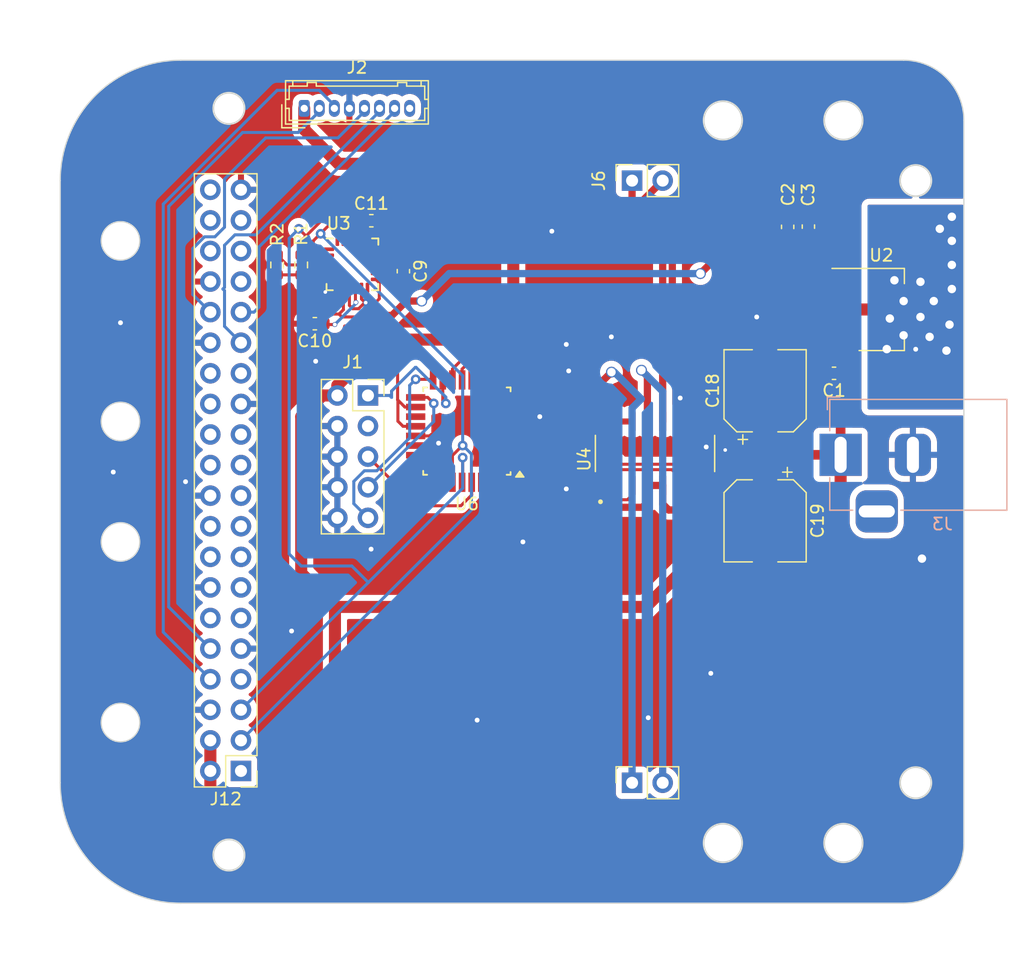
<source format=kicad_pcb>
(kicad_pcb (version 20240108) (generator "pcbnew") (generator_version "8.0")
  (layers (0 "F.Cu" signal) (31 "B.Cu" signal) (34 "B.Paste" user) (35 "F.Paste" user) (36 "B.SilkS" user "B.Silkscreen") (37 "F.SilkS" user "F.Silkscreen") (38 "B.Mask" user) (39 "F.Mask" user) (44 "Edge.Cuts" user))
  (net 0 "")
  (net 3 "UART_TX")
  (net 4 "UART_RX")
  (net 26 "SCL")
  (net 27 "SDA")
  (net 28 "GND")
  (net 29 "M_SCTR")
  (net 30 "DEV_EN")
  (net 31 "M_EN")
  (net 33 "+5V")
  (net 34 "+3V3")
  (net 35 "Net-(U3-REGOUT)")
  (net 36 "Net-(U3-CPOUT)")
  (net 43 "MPU_IRQ")
  (net 51 "RST")
  (net 54 "MISO")
  (net 58 "MOTOR_2_B")
  (net 59 "MOTOR_2_A")
  (net 60 "MOTOR_1_B")
  (net 61 "MOTOR_1_A")
  (net 62 "Net-(J5-Pin_1)")
  (net 63 "Net-(J5-Pin_2)")
  (net 64 "Net-(J6-Pin_1)")
  (net 65 "Net-(J6-Pin_2)")
  (net 66 "MOSI")
  (net 77 "SCK")
  (footprint "Capacitor_SMD:C_0603_1608Metric" (layer "F.Cu") (at 96.13 86.88 180)
    (property "Reference" "C10")
    (property "Value" "C")
  )
  (footprint "Capacitor_SMD:CP_Elec_6.3x4.9" (layer "F.Cu") (at 133.5 103.25 -90)
    (property "Reference" "C19")
    (property "Value" "C_Polarized_Small")
  )
  (footprint "Capacitor_SMD:C_0603_1608Metric" (layer "F.Cu") (at 135.373803 78.840107 90)
    (property "Reference" "C2")
    (property "Value" "1uf")
  )
  (footprint "Package_QFP:TQFP-32_7x7mm_P0.8mm" (layer "F.Cu") (at 108.75 95.8 180)
    (property "Reference" "U6")
    (property "Value" "ATmega328P-A")
  )
  (footprint "Capacitor_SMD:C_0603_1608Metric" (layer "F.Cu") (at 103.48 82.52 -90)
    (property "Reference" "C9")
    (property "Value" "C")
  )
  (footprint "Capacitor_SMD:C_0603_1608Metric" (layer "F.Cu") (at 137.094748 78.817201 90)
    (property "Reference" "C3")
    (property "Value" "10 uf")
  )
  (footprint "Connector_PinSocket_2.54mm:PinSocket_2x05_P2.54mm_Vertical" (layer "F.Cu") (at 100.54 92.84)
    (property "Reference" "J1")
    (property "Value" "AVR-ISP-10")
  )
  (footprint "Capacitor_SMD:CP_Elec_6.3x4.9" (layer "F.Cu") (at 133.5 92.45 90)
    (property "Reference" "C18")
    (property "Value" "C_Polarized_Small")
  )
  (footprint "Capacitor_SMD:C_0603_1608Metric" (layer "F.Cu") (at 100.82 78.33)
    (property "Reference" "C11")
    (property "Value" "C")
  )
  (footprint "MX1508:SOIC127P600X177-16N" (layer "F.Cu") (at 124.365 97.655 90)
    (property "Reference" "U4")
    (property "Value" "MX1508")
  )
  (footprint "Connector_PinSocket_2.54mm:PinSocket_1x02_P2.54mm_Vertical" (layer "F.Cu") (at 122.46 125 90)
    (property "Reference" "J5" (hide yes))
    (property "Value" "Conn_01x02")
  )
  (footprint "Capacitor_SMD:C_0603_1608Metric" (layer "F.Cu") (at 139.220598 91 180)
    (property "Reference" "C1")
    (property "Value" "1 uf")
  )
  (footprint "Resistor_SMD:R_0603_1608Metric" (layer "F.Cu") (at 93 82 90)
    (property "Reference" "R2")
    (property "Value" "R_Small")
  )
  (footprint "Package_TO_SOT_SMD:SOT-223-3_TabPin2" (layer "F.Cu") (at 143.15 85.7)
    (property "Reference" "U2")
    (property "Value" "LM317-3.3_SOT-223")
  )
  (footprint "Sensor_Motion:InvenSense_QFN-24_4x4mm_P0.5mm" (layer "F.Cu") (at 99.25 81.95)
    (property "Reference" "U3")
    (property "Value" "MPU-6050")
  )
  (footprint "Connector_Hirose:Hirose_DF13-08P-1.25DSA_1x08_P1.25mm_Vertical" (layer "F.Cu") (at 95.25 69)
    (property "Reference" "J2")
    (property "Value" "YLIDAR X4")
  )
  (footprint "Resistor_SMD:R_0603_1608Metric" (layer "F.Cu") (at 95 82 90)
    (property "Reference" "R1")
    (property "Value" "R_Small")
  )
  (footprint "Connector_PinHeader_2.54mm:PinHeader_2x20_P2.54mm_Vertical" (layer "F.Cu") (at 90 124.02 180)
    (property "Reference" "J12")
    (property "Value" "Conn_02x20_Odd_Even")
  )
  (footprint "Connector_PinSocket_2.54mm:PinSocket_1x02_P2.54mm_Vertical" (layer "F.Cu") (at 122.46 75 90)
    (property "Reference" "J6")
    (property "Value" "Conn_01x02")
  )
  (footprint "Connector_BarrelJack:BarrelJack_Horizontal" (layer "B.Cu") (at 139.768088 97.767345 180)
    (property "Reference" "J3")
    (property "Value" "Jack-DC")
  )
  (gr_circle (center 89 69) (end 90.3 69) (stroke (width 0.15)) (fill none) (layer "Edge.Cuts"))
  (gr_circle (center 130 130) (end 131.6 130) (stroke (width 0.15)) (fill none) (layer "Edge.Cuts"))
  (gr_arc (start 75 75) (mid 77.928932 67.928932) (end 85 65) (stroke (width 0.1)) (layer "Edge.Cuts"))
  (gr_line (start 85 135) (end 145 135) (stroke (width 0.1)) (layer "Edge.Cuts"))
  (gr_arc (start 150 130) (mid 148.535534 133.535534) (end 145 135) (stroke (width 0.1)) (layer "Edge.Cuts"))
  (gr_circle (center 146 75) (end 147.3 75) (stroke (width 0.15)) (fill none) (layer "Edge.Cuts"))
  (gr_circle (center 80 120) (end 81.6 120) (stroke (width 0.1)) (fill none) (layer "Edge.Cuts"))
  (gr_circle (center 80 105) (end 81.6 105) (stroke (width 0.1)) (fill none) (layer "Edge.Cuts"))
  (gr_circle (center 80 80) (end 81.6 80) (stroke (width 0.1)) (fill none) (layer "Edge.Cuts"))
  (gr_circle (center 140 70) (end 141.6 70) (stroke (width 0.15)) (fill none) (layer "Edge.Cuts"))
  (gr_arc (start 145 65) (mid 148.535534 66.464466) (end 150 70) (stroke (width 0.1)) (layer "Edge.Cuts"))
  (gr_circle (center 140 130) (end 141.6 130) (stroke (width 0.15)) (fill none) (layer "Edge.Cuts"))
  (gr_line (start 75 75) (end 75 125) (stroke (width 0.1)) (layer "Edge.Cuts"))
  (gr_line (start 150 130) (end 150 70) (stroke (width 0.1)) (layer "Edge.Cuts"))
  (gr_circle (center 89 131) (end 90.3 131) (stroke (width 0.15)) (fill none) (layer "Edge.Cuts"))
  (gr_circle (center 80 95) (end 81.6 95) (stroke (width 0.1)) (fill none) (layer "Edge.Cuts"))
  (gr_arc (start 85 135) (mid 77.928932 132.071068) (end 75 125) (stroke (width 0.1)) (layer "Edge.Cuts"))
  (gr_circle (center 130 70) (end 131.6 70) (stroke (width 0.15)) (fill none) (layer "Edge.Cuts"))
  (gr_line (start 145 65) (end 85 65) (stroke (width 0.1)) (layer "Edge.Cuts"))
  (gr_circle (center 146 125) (end 147.3 125) (stroke (width 0.15)) (fill none) (layer "Edge.Cuts"))
  (segment (start 96.5 67.5) (end 93 67.5) (width 0.25) (layer "B.Cu") (net 3))
  (segment (start 97.75 69) (end 97.75 68.75) (width 0.25) (layer "B.Cu") (net 3))
  (segment (start 97.75 68.75) (end 96.5 67.5) (width 0.25) (layer "B.Cu") (net 3))
  (segment (start 83.55 76.95) (end 83.55 112.49) (width 0.25) (layer "B.Cu") (net 3))
  (segment (start 83.55 112.49) (end 87.46 116.4) (width 0.25) (layer "B.Cu") (net 3))
  (segment (start 93 67.5) (end 83.55 76.95) (width 0.25) (layer "B.Cu") (net 3))
  (segment (start 94.75 71) (end 90.136396 71) (width 0.25) (layer "B.Cu") (net 4))
  (segment (start 96.5 69) (end 96.5 69.25) (width 0.25) (layer "B.Cu") (net 4))
  (segment (start 84 110.4) (end 87.46 113.86) (width 0.25) (layer "B.Cu") (net 4))
  (segment (start 96.5 69.25) (end 94.75 71) (width 0.25) (layer "B.Cu") (net 4))
  (segment (start 90.136396 71) (end 84 77.136396) (width 0.25) (layer "B.Cu") (net 4))
  (segment (start 84 77.136396) (end 84 110.4) (width 0.25) (layer "B.Cu") (net 4))
  (segment (start 108.4 100) (end 108.35 100.05) (width 0.25) (layer "F.Cu") (net 26))
  (segment (start 98 78) (end 98.5 78.5) (width 0.25) (layer "F.Cu") (net 26))
  (segment (start 97 78) (end 98 78) (width 0.25) (layer "F.Cu") (net 26))
  (segment (start 95 80) (end 95.4 79.6) (width 0.25) (layer "F.Cu") (net 26))
  (segment (start 108.4 98) (end 108.4 100) (width 0.25) (layer "F.Cu") (net 26))
  (segment (start 98.5 78.5) (end 98.5 80) (width 0.25) (layer "F.Cu") (net 26))
  (segment (start 95.4 79.6) (end 97 78) (width 0.25) (layer "F.Cu") (net 26))
  (segment (start 95 81.175) (end 95 80) (width 0.25) (layer "F.Cu") (net 26))
  (segment (start 94.8 79) (end 95.4 79.6) (width 0.25) (layer "F.Cu") (net 26))
  (via (at 94.8 79) (size 0.8) (drill 0.4) (layers "F.Cu" "B.Cu") (net 26))
  (via (at 108.4 98) (size 0.8) (drill 0.4) (layers "F.Cu" "B.Cu") (net 26))
  (segment (start 95 107) (end 94 106) (width 0.25) (layer "B.Cu") (net 26))
  (segment (start 100.57 108.37) (end 99.2 107) (width 0.25) (layer "B.Cu") (net 26))
  (segment (start 99.2 107) (end 96.2 107) (width 0.25) (layer "B.Cu") (net 26))
  (segment (start 94 106) (end 94 79.8) (width 0.25) (layer "B.Cu") (net 26))
  (segment (start 108.4 100.54) (end 108.4 98) (width 0.25) (layer "B.Cu") (net 26))
  (segment (start 90 118.94) (end 100.57 108.37) (width 0.25) (layer "B.Cu") (net 26))
  (segment (start 100.57 108.37) (end 108.4 100.54) (width 0.25) (layer "B.Cu") (net 26))
  (segment (start 94 79.8) (end 94.8 79) (width 0.25) (layer "B.Cu") (net 26))
  (segment (start 96.2 107) (end 95 107) (width 0.25) (layer "B.Cu") (net 26))
  (segment (start 96 80) (end 96 81.5) (width 0.25) (layer "F.Cu") (net 27))
  (segment (start 97.5 78.5) (end 96 80) (width 0.25) (layer "F.Cu") (net 27))
  (segment (start 93.825 82) (end 93 81.175) (width 0.25) (layer "F.Cu") (net 27))
  (segment (start 98 80) (end 98 79) (width 0.25) (layer "F.Cu") (net 27))
  (segment (start 98 79) (end 97.5 78.5) (width 0.25) (layer "F.Cu") (net 27))
  (segment (start 108.374698 96.999997) (end 107.55 97.824695) (width 0.25) (layer "F.Cu") (net 27))
  (segment (start 107.55 97.824695) (end 107.55 100.05) (width 0.25) (layer "F.Cu") (net 27))
  (segment (start 108.4 96.999997) (end 108.374698 96.999997) (width 0.25) (layer "F.Cu") (net 27))
  (segment (start 96 81.5) (end 95.5 82) (width 0.25) (layer "F.Cu") (net 27))
  (segment (start 95.5 82) (end 93.825 82) (width 0.25) (layer "F.Cu") (net 27))
  (via (at 108.4 96.999997) (size 0.8) (drill 0.4) (layers "F.Cu" "B.Cu") (net 27))
  (via (at 96.612653 79.412653) (size 0.8) (drill 0.4) (layers "F.Cu" "B.Cu") (net 27))
  (segment (start 108.425302 96.999997) (end 108.4 96.999997) (width 0.25) (layer "B.Cu") (net 27))
  (segment (start 108.4 91.2) (end 96.612653 79.412653) (width 0.25) (layer "B.Cu") (net 27))
  (segment (start 109.125 102.355) (end 109.125 97.699695) (width 0.25) (layer "B.Cu") (net 27))
  (segment (start 109.125 97.699695) (end 108.425302 96.999997) (width 0.25) (layer "B.Cu") (net 27))
  (segment (start 108.4 96.999997) (end 108.4 91.2) (width 0.25) (layer "B.Cu") (net 27))
  (segment (start 90 121.48) (end 109.125 102.355) (width 0.25) (layer "B.Cu") (net 27))
  (segment (start 113 95.4) (end 114.6 95.4) (width 0.25) (layer "F.Cu") (net 28))
  (segment (start 100.27 85.13) (end 99.79 85.61) (width 0.25) (layer "F.Cu") (net 28))
  (segment (start 100.35 85.13) (end 100.27 85.13) (width 0.25) (layer "F.Cu") (net 28))
  (segment (start 100.302463 85.13) (end 100 84.827537) (width 0.25) (layer "F.Cu") (net 28))
  (segment (start 96.45 83.7) (end 97 84.25) (width 0.25) (layer "F.Cu") (net 28))
  (segment (start 99 85.36) (end 99.275 85.635) (width 0.25) (layer "F.Cu") (net 28))
  (segment (start 100 84.827537) (end 100 83.9) (width 0.25) (layer "F.Cu") (net 28))
  (segment (start 105.8 96.2) (end 106.4 96.8) (width 0.25) (layer "F.Cu") (net 28))
  (segment (start 96.807236 80.7) (end 96.45 81.057236) (width 0.25) (layer "F.Cu") (net 28))
  (segment (start 114.6 95.4) (end 114.4 95.4) (width 0.25) (layer "F.Cu") (net 28))
  (segment (start 97.3 80.7) (end 96.807236 80.7) (width 0.25) (layer "F.Cu") (net 28))
  (segment (start 99.275 85.635) (end 99.765 85.635) (width 0.25) (layer "F.Cu") (net 28))
  (segment (start 99 83.9) (end 99 85.36) (width 0.25) (layer "F.Cu") (net 28))
  (segment (start 113 97) (end 110.75 97) (width 0.25) (layer "F.Cu") (net 28))
  (segment (start 99.765 85.635) (end 99.79 85.61) (width 0.25) (layer "F.Cu") (net 28))
  (segment (start 104.5 96.2) (end 105.8 96.2) (width 0.25) (layer "F.Cu") (net 28))
  (segment (start 99.79 85.61) (end 99.78 85.61) (width 0.25) (layer "F.Cu") (net 28))
  (segment (start 96.45 81.057236) (end 96.45 81.25) (width 0.25) (layer "F.Cu") (net 28))
  (segment (start 96.45 81.25) (end 96.45 83.7) (width 0.25) (layer "F.Cu") (net 28))
  (segment (start 100.35 85.13) (end 100.302463 85.13) (width 0.25) (layer "F.Cu") (net 28))
  (via (at 106.4 96.8) (size 0.8) (drill 0.4) (layers "F.Cu" "B.Cu") (net 28))
  (via (at 132.804 86.322) (size 0.5) (drill 0.4) (layers "F.Cu" "B.Cu") (net 28))
  (via (at 120.739 87.973) (size 0.5) (drill 0.4) (layers "F.Cu" "B.Cu") (net 28))
  (via (at 113.4 105) (size 0.8) (drill 0.4) (layers "F.Cu" "B.Cu") (net 28))
  (via (at 100.8 105.6) (size 0.8) (drill 0.4) (layers "F.Cu" "B.Cu") (net 28))
  (via (at 128.994 115.913) (size 0.8) (drill 0.4) (layers "F.Cu" "B.Cu") (net 28))
  (via (at 96.2 90) (size 0.8) (drill 0.4) (layers "F.Cu" "B.Cu") (net 28))
  (via (at 94.2 112.4) (size 0.8) (drill 0.4) (layers "F.Cu" "B.Cu") (net 28))
  (via (at 128.613 97.117) (size 0.5) (drill 0.4) (layers "F.Cu" "B.Cu") (net 28))
  (via (at 85.4 100) (size 0.8) (drill 0.4) (layers "F.Cu" "B.Cu") (net 28))
  (via (at 126.454 93.053) (size 0.5) (drill 0.4) (layers "F.Cu" "B.Cu") (net 28))
  (via (at 80 86.8) (size 0.8) (drill 0.4) (layers "F.Cu" "B.Cu") (net 28))
  (via (at 130.19 97.37) (size 0.4) (drill 0.3) (layers "F.Cu" "B.Cu") (net 28))
  (via (at 109.6 119.8) (size 0.8) (drill 0.4) (layers "F.Cu" "B.Cu") (net 28))
  (via (at 79.4 99.2) (size 0.8) (drill 0.4) (layers "F.Cu" "B.Cu") (net 28))
  (via (at 146.52 106.388) (size 0.9) (drill 0.7) (layers "F.Cu" "B.Cu") (net 28))
  (via (at 97 84.25) (size 0.4) (drill 0.3) (layers "F.Cu" "B.Cu") (net 28))
  (via (at 100.35 85.13) (size 0.4) (drill 0.3) (layers "F.Cu" "B.Cu") (net 28))
  (via (at 117.2 90.8) (size 0.8) (drill 0.4) (layers "F.Cu" "B.Cu") (net 28))
  (via (at 115.8 79.2) (size 0.8) (drill 0.4) (layers "F.Cu" "B.Cu") (net 28))
  (via (at 114.8 94.6) (size 0.8) (drill 0.4) (layers "F.Cu" "B.Cu") (net 28))
  (via (at 117 88.6) (size 0.8) (drill 0.4) (layers "F.Cu" "B.Cu") (net 28))
  (via (at 123.8 119.6) (size 0.8) (drill 0.4) (layers "F.Cu" "B.Cu") (net 28))
  (via (at 117 100.6) (size 0.8) (drill 0.4) (layers "F.Cu" "B.Cu") (net 28))
  (segment (start 86 84.46) (end 87.46 85.92) (width 0.25) (layer "B.Cu") (net 29))
  (segment (start 100.25 69) (end 100.25 69.25) (width 0.25) (layer "B.Cu") (net 29))
  (segment (start 87.835 79.665) (end 86.973299 79.665) (width 0.25) (layer "B.Cu") (net 29))
  (segment (start 86 80.638299) (end 86 84.46) (width 0.25) (layer "B.Cu") (net 29))
  (segment (start 86.973299 79.665) (end 86 80.638299) (width 0.25) (layer "B.Cu") (net 29))
  (segment (start 98.05 71.45) (end 92.05 71.45) (width 0.25) (layer "B.Cu") (net 29))
  (segment (start 92.05 71.45) (end 88.635 74.865) (width 0.25) (layer "B.Cu") (net 29))
  (segment (start 100.25 69.25) (end 98.05 71.45) (width 0.25) (layer "B.Cu") (net 29))
  (segment (start 88.635 78.865) (end 87.835 79.665) (width 0.25) (layer "B.Cu") (net 29))
  (segment (start 88.635 74.865) (end 88.635 78.865) (width 0.25) (layer "B.Cu") (net 29))
  (segment (start 88.635 83.865) (end 88.5 84) (width 0.25) (layer "B.Cu") (net 30))
  (segment (start 88.5 84) (end 88.635 84.135) (width 0.25) (layer "B.Cu") (net 30))
  (segment (start 101.5 69) (end 101.5 69.25) (width 0.25) (layer "B.Cu") (net 30))
  (segment (start 88.635 87.095) (end 90 88.46) (width 0.25) (layer "B.Cu") (net 30))
  (segment (start 88.635 84.135) (end 88.635 87.095) (width 0.25) (layer "B.Cu") (net 30))
  (segment (start 89.5 79.5) (end 88.635 80.365) (width 0.25) (layer "B.Cu") (net 30))
  (segment (start 91.25 79.5) (end 89.5 79.5) (width 0.25) (layer "B.Cu") (net 30))
  (segment (start 101.5 69.25) (end 91.25 79.5) (width 0.25) (layer "B.Cu") (net 30))
  (segment (start 88.635 80.365) (end 88.635 83.865) (width 0.25) (layer "B.Cu") (net 30))
  (segment (start 91.5 80.5) (end 91.5 85.5) (width 0.25) (layer "B.Cu") (net 31))
  (segment (start 102.75 69.25) (end 91.5 80.5) (width 0.25) (layer "B.Cu") (net 31))
  (segment (start 102.75 69) (end 102.75 69.25) (width 0.25) (layer "B.Cu") (net 31))
  (segment (start 91.5 85.5) (end 91.08 85.92) (width 0.25) (layer "B.Cu") (net 31))
  (segment (start 91.08 85.92) (end 90 85.92) (width 0.25) (layer "B.Cu") (net 31))
  (segment (start 87.46 125.46) (end 88.8 126.8) (width 1) (layer "F.Cu") (net 33))
  (segment (start 111.6 96) (end 111.6 94.8) (width 0.25) (layer "F.Cu") (net 33))
  (segment (start 120.125 102.125) (end 123.325 102.125) (width 0.6) (layer "F.Cu") (net 33))
  (segment (start 97.8 110.4) (end 123.6 110.4) (width 1) (layer "F.Cu") (net 33))
  (segment (start 133.36 100.31) (end 133.5 100.45) (width 0.6) (layer "F.Cu") (net 33))
  (segment (start 139.768088 97.767345) (end 139.768088 91.22751) (width 0.8) (layer "F.Cu") (net 33))
  (segment (start 103 90.2) (end 102 90.2) (width 0.25) (layer "F.Cu") (net 33))
  (segment (start 97.8 124.8) (end 97.8 110.4) (width 1) (layer "F.Cu") (net 33))
  (segment (start 140 90.995598) (end 139.995598 91) (width 1) (layer "F.Cu") (net 33))
  (segment (start 98 92) (end 98 92.84) (width 1) (layer "F.Cu") (net 33))
  (segment (start 128.869907 100.369907) (end 128.81 100.31) (width 0.6) (layer "F.Cu") (net 33))
  (segment (start 103 90.2) (end 103 93.2) (width 0.25) (layer "F.Cu") (net 33))
  (segment (start 130.8 103.2) (end 137 103.2) (width 1) (layer "F.Cu") (net 33))
  (segment (start 111.6 94.8) (end 111.8 94.6) (width 0.25) (layer "F.Cu") (net 33))
  (segment (start 125 101.85) (end 125.5 102.35) (width 0.6) (layer "F.Cu") (net 33))
  (segment (start 88.8 126.8) (end 95.8 126.8) (width 1) (layer "F.Cu") (net 33))
  (segment (start 95.25 70.75) (end 95.25 69) (width 1) (layer "F.Cu") (net 33))
  (segment (start 133.517345 97.767345) (end 133.5 97.75) (width 0.8) (layer "F.Cu") (net 33))
  (segment (start 119.521 99.911) (end 119.92 100.31) (width 0.5) (layer "F.Cu") (net 33))
  (segment (start 87.46 124.02) (end 87.46 125.46) (width 1) (layer "F.Cu") (net 33))
  (segment (start 103.025 93.225) (end 103.6 93.8) (width 0.25) (layer "F.Cu") (net 33))
  (segment (start 125 100.31) (end 125 101.85) (width 0.6) (layer "F.Cu") (net 33))
  (segment (start 110 88.2) (end 112.6 85.6) (width 1) (layer "F.Cu") (net 33))
  (segment (start 98.1 73.6) (end 95.25 70.75) (width 1) (layer "F.Cu") (net 33))
  (segment (start 113 96.2) (end 115.363604 96.2) (width 0.25) (layer "F.Cu") (net 33))
  (segment (start 95.8 126.8) (end 97.8 124.8) (width 1) (layer "F.Cu") (net 33))
  (segment (start 103 93.2) (end 103.025 93.225) (width 0.25) (layer "F.Cu") (net 33))
  (segment (start 137 103.2) (end 139.768088 100.431912) (width 1) (layer "F.Cu") (net 33))
  (segment (start 103.6 93.8) (end 104.5 93.8) (width 0.25) (layer "F.Cu") (net 33))
  (segment (start 103.45 95.4) (end 103.025 94.975) (width 0.25) (layer "F.Cu") (net 33))
  (segment (start 112.6 85.6) (end 112.6 79.2) (width 1) (layer "F.Cu") (net 33))
  (segment (start 119.92 100.31) (end 119.92 101.92) (width 0.6) (layer "F.Cu") (net 33))
  (segment (start 104.5 95.4) (end 103.45 95.4) (width 0.25) (layer "F.Cu") (net 33))
  (segment (start 115.363604 96.2) (end 119.074604 99.911) (width 0.25) (layer "F.Cu") (net 33))
  (segment (start 95 107.6) (end 97.8 110.4) (width 1) (layer "F.Cu") (net 33))
  (segment (start 123.6 110.4) (end 130.8 103.2) (width 1) (layer "F.Cu") (net 33))
  (segment (start 111.8 94.6) (end 113 94.6) (width 0.25) (layer "F.Cu") (net 33))
  (segment (start 98 92.84) (end 96.76 92.84) (width 1) (layer "F.Cu") (net 33))
  (segment (start 139.768088 91.22751) (end 139.995598 91) (width 0.8) (layer "F.Cu") (net 33))
  (segment (start 119.92 101.92) (end 120.125 102.125) (width 0.6) (layer "F.Cu") (net 33))
  (segment (start 87.46 124.02) (end 87.46 121.48) (width 1) (layer "F.Cu") (net 33))
  (segment (start 128.81 101.79) (end 128.81 100.31) (width 0.6) (layer "F.Cu") (net 33))
  (segment (start 113 96.2) (end 111.8 96.2) (width 0.25) (layer "F.Cu") (net 33))
  (segment (start 101.8 90) (end 100 90) (width 1) (layer "F.Cu") (net 33))
  (segment (start 139.768088 97.767345) (end 133.517345 97.767345) (width 0.8) (layer "F.Cu") (net 33))
  (segment (start 125 100.31) (end 123.73 100.31) (width 0.6) (layer "F.Cu") (net 33))
  (segment (start 103.6 88.2) (end 110 88.2) (width 1) (layer "F.Cu") (net 33))
  (segment (start 133.5 97.75) (end 133.5 95.25) (width 1) (layer "F.Cu") (net 33))
  (segment (start 101.8 90) (end 103.6 88.2) (width 1) (layer "F.Cu") (net 33))
  (segment (start 119.074604 99.911) (end 119.521 99.911) (width 0.25) (layer "F.Cu") (net 33))
  (segment (start 95 94.6) (end 95 107.6) (width 1) (layer "F.Cu") (net 33))
  (segment (start 123.73 101.72) (end 123.73 100.31) (width 0.6) (layer "F.Cu") (net 33))
  (segment (start 107 73.6) (end 98.1 73.6) (width 1) (layer "F.Cu") (net 33))
  (segment (start 112.6 79.2) (end 107 73.6) (width 1) (layer "F.Cu") (net 33))
  (segment (start 133.5 100.45) (end 133.5 97.75) (width 1) (layer "F.Cu") (net 33))
  (segment (start 125.5 102.35) (end 128.25 102.35) (width 0.6) (layer "F.Cu") (net 33))
  (segment (start 128.81 100.31) (end 133.36 100.31) (width 0.6) (layer "F.Cu") (net 33))
  (segment (start 102 90.2) (end 101.8 90) (width 0.25) (layer "F.Cu") (net 33))
  (segment (start 96.76 92.84) (end 95 94.6) (width 1) (layer "F.Cu") (net 33))
  (segment (start 140 88) (end 140 90.995598) (width 1) (layer "F.Cu") (net 33))
  (segment (start 139.768088 100.431912) (end 139.768088 97.767345) (width 1) (layer "F.Cu") (net 33))
  (segment (start 111.8 96.2) (end 111.6 96) (width 0.25) (layer "F.Cu") (net 33))
  (segment (start 103.025 94.975) (end 103.025 93.225) (width 0.25) (layer "F.Cu") (net 33))
  (segment (start 100 90) (end 98 92) (width 1) (layer "F.Cu") (net 33))
  (segment (start 128.25 102.35) (end 128.81 101.79) (width 0.6) (layer "F.Cu") (net 33))
  (segment (start 123.325 102.125) (end 123.73 101.72) (width 0.6) (layer "F.Cu") (net 33))
  (segment (start 135.373803 79.615107) (end 131.234893 79.615107) (width 0.6) (layer "F.Cu") (net 34))
  (segment (start 101.013368 85.276632) (end 101.48 84.81) (width 0.25) (layer "F.Cu") (net 34))
  (segment (start 95 83.542463) (end 97.537537 86.08) (width 0.25) (layer "F.Cu") (net 34))
  (segment (start 101.013368 86.189949) (end 101.013368 85.276632) (width 0.25) (layer "F.Cu") (net 34))
  (segment (start 135.373803 79.615107) (end 137.071842 79.615107) (width 0.6) (layer "F.Cu") (net 34))
  (segment (start 95 82.825) (end 95 83.542463) (width 0.25) (layer "F.Cu") (net 34))
  (segment (start 103.726051 85) (end 102.536102 86.189949) (width 0.6) (layer "F.Cu") (net 34))
  (segment (start 93 82.825) (end 95 82.825) (width 0.25) (layer "F.Cu") (net 34))
  (segment (start 140 85.7) (end 146.3 85.7) (width 1) (layer "F.Cu") (net 34))
  (segment (start 103.48 83.295) (end 101.295 83.295) (width 0.25) (layer "F.Cu") (net 34))
  (segment (start 98.38 86.32) (end 100.883317 86.32) (width 0.25) (layer "F.Cu") (net 34))
  (segment (start 100.883317 86.32) (end 101.013368 86.189949) (width 0.25) (layer "F.Cu") (net 34))
  (segment (start 140 85.7) (end 139.15 85.7) (width 1) (layer "F.Cu") (net 34))
  (segment (start 98.5 83.9) (end 98.5 85.72) (width 0.25) (layer "F.Cu") (net 34))
  (segment (start 139.15 85.7) (end 137.094748 83.644748) (width 1) (layer "F.Cu") (net 34))
  (segment (start 105 85) (end 103.726051 85) (width 0.6) (layer "F.Cu") (net 34))
  (segment (start 98.14 86.08) (end 98.38 86.32) (width 0.25) (layer "F.Cu") (net 34))
  (segment (start 137.094748 83.644748) (end 137.094748 79.592201) (width 1) (layer "F.Cu") (net 34))
  (segment (start 101.295 83.295) (end 101.2 83.2) (width 0.25) (layer "F.Cu") (net 34))
  (segment (start 137.071842 79.615107) (end 137.094748 79.592201) (width 0.6) (layer "F.Cu") (net 34))
  (segment (start 131.234893 79.615107) (end 128.13 82.72) (width 0.6) (layer "F.Cu") (net 34))
  (segment (start 98.5 85.72) (end 98.14 86.08) (width 0.25) (layer "F.Cu") (net 34))
  (segment (start 102.536102 86.189949) (end 101.013368 86.189949) (width 0.6) (layer "F.Cu") (net 34))
  (segment (start 97.537537 86.08) (end 98.14 86.08) (width 0.25) (layer "F.Cu") (net 34))
  (segment (start 101.48 83.48) (end 101.2 83.2) (width 0.25) (layer "F.Cu") (net 34))
  (segment (start 101.48 84.81) (end 101.48 83.48) (width 0.25) (layer "F.Cu") (net 34))
  (via (at 148 79) (size 0.9) (drill 0.7) (layers "F.Cu" "B.Cu") (net 34))
  (via (at 148.806 86.957) (size 0.9) (drill 0.7) (layers "F.Cu" "B.Cu") (net 34))
  (via (at 149 84) (size 0.9) (drill 0.7) (layers "F.Cu" "B.Cu") (net 34))
  (via (at 146 89) (size 0.8) (drill 0.4) (layers "F.Cu" "B.Cu") (net 34))
  (via (at 144.234 83.274) (size 0.9) (drill 0.7) (layers "F.Cu" "B.Cu") (net 34))
  (via (at 147.5 85) (size 0.9) (drill 0.7) (layers "F.Cu" "B.Cu") (net 34))
  (via (at 146.393 86.322) (size 0.9) (drill 0.7) (layers "F.Cu" "B.Cu") (net 34))
  (via (at 128.13 82.72) (size 0.9) (drill 0.7) (layers "F.Cu" "B.Cu") (net 34))
  (via (at 149 80) (size 0.9) (drill 0.7) (layers "F.Cu" "B.Cu") (net 34))
  (via (at 145 85) (size 0.9) (drill 0.7) (layers "F.Cu" "B.Cu") (net 34))
  (via (at 143.853 86.449) (size 0.9) (drill 0.7) (layers "F.Cu" "B.Cu") (net 34))
  (via (at 144.996 87.846) (size 0.9) (drill 0.7) (layers "F.Cu" "B.Cu") (net 34))
  (via (at 146.393 83.401) (size 0.9) (drill 0.7) (layers "F.Cu" "B.Cu") (net 34))
  (via (at 148.552 89.116) (size 0.9) (drill 0.7) (layers "F.Cu" "B.Cu") (net 34))
  (via (at 149 82) (size 0.9) (drill 0.7) (layers "F.Cu" "B.Cu") (net 34))
  (via (at 147.155 87.973) (size 0.9) (drill 0.7) (layers "F.Cu" "B.Cu") (net 34))
  (via (at 143.599 88.989) (size 0.9) (drill 0.7) (layers "F.Cu" "B.Cu") (net 34))
  (via (at 105 85) (size 0.9) (drill 0.7) (layers "F.Cu" "B.Cu") (net 34))
  (via (at 149 78) (size 0.9) (drill 0.7) (layers "F.Cu" "B.Cu") (net 34))
  (segment (start 105 85) (end 107.28 82.72) (width 0.6) (layer "B.Cu") (net 34))
  (segment (start 107.28 82.72) (end 128.13 82.72) (width 0.6) (layer "B.Cu") (net 34))
  (segment (start 99.5 85.07) (end 99.5 83.9) (width 0.25) (layer "F.Cu") (net 35))
  (segment (start 97.79 86.95) (end 96.975 86.95) (width 0.25) (layer "F.Cu") (net 35))
  (segment (start 99.54 85.11) (end 99.5 85.07) (width 0.25) (layer "F.Cu") (net 35))
  (segment (start 96.975 86.95) (end 96.905 86.88) (width 0.25) (layer "F.Cu") (net 35))
  (via (at 97.79 86.95) (size 0.4) (drill 0.3) (layers "F.Cu" "B.Cu") (net 35))
  (via (at 99.54 85.11) (size 0.4) (drill 0.3) (layers "F.Cu" "B.Cu") (net 35))
  (segment (start 99.54 85.11) (end 99.54 85.2) (width 0.25) (layer "B.Cu") (net 35))
  (segment (start 99.54 85.2) (end 97.79 86.95) (width 0.25) (layer "B.Cu") (net 35))
  (segment (start 100 80) (end 100 78.375) (width 0.25) (layer "F.Cu") (net 36))
  (segment (start 100 78.375) (end 100.045 78.33) (width 0.25) (layer "F.Cu") (net 36))
  (segment (start 109.15 101.1) (end 109.15 100.05) (width 0.25) (layer "F.Cu") (net 51))
  (segment (start 100.54 97.92) (end 104.62 102) (width 0.25) (layer "F.Cu") (net 51))
  (segment (start 104.62 102) (end 108.25 102) (width 0.25) (layer "F.Cu") (net 51))
  (segment (start 108.25 102) (end 109.15 101.1) (width 0.25) (layer "F.Cu") (net 51))
  (segment (start 104.5 91.5) (end 105.9 91.5) (width 0.25) (layer "F.Cu") (net 54))
  (segment (start 105.9 91.5) (end 105.95 91.55) (width 0.25) (layer "F.Cu") (net 54))
  (via (at 104.5 91.5) (size 0.8) (drill 0.4) (layers "F.Cu" "B.Cu") (net 54))
  (segment (start 101.268604 99.095) (end 104 96.363604) (width 0.25) (layer "B.Cu") (net 54))
  (segment (start 100.243299 99.095) (end 101.268604 99.095) (width 0.25) (layer "B.Cu") (net 54))
  (segment (start 104 92) (end 104.5 91.5) (width 0.25) (layer "B.Cu") (net 54))
  (segment (start 100.54 103) (end 99.365 101.825) (width 0.25) (layer "B.Cu") (net 54))
  (segment (start 99.365 101.825) (end 99.365 99.973299) (width 0.25) (layer "B.Cu") (net 54))
  (segment (start 104 94.5) (end 104 92) (width 0.25) (layer "B.Cu") (net 54))
  (segment (start 104 96.363604) (end 104 94.5) (width 0.25) (layer "B.Cu") (net 54))
  (segment (start 99.365 99.973299) (end 100.243299 99.095) (width 0.25) (layer "B.Cu") (net 54))
  (segment (start 117.2 95.490812) (end 117.2 93.063604) (width 0.25) (layer "F.Cu") (net 58))
  (segment (start 121.60576 98.55) (end 120.88576 97.83) (width 0.25) (layer "F.Cu") (net 58))
  (segment (start 126.95 98.55) (end 121.60576 98.55) (width 0.25) (layer "F.Cu") (net 58))
  (segment (start 113.661396 89.525) (end 108.675 89.525) (width 0.25) (layer "F.Cu") (net 58))
  (segment (start 117.2 93.063604) (end 113.661396 89.525) (width 0.25) (layer "F.Cu") (net 58))
  (segment (start 107.55 90.65) (end 107.55 91.55) (width 0.25) (layer "F.Cu") (net 58))
  (segment (start 108.675 89.525) (end 107.55 90.65) (width 0.25) (layer "F.Cu") (net 58))
  (segment (start 119.539188 97.83) (end 117.2 95.490812) (width 0.25) (layer "F.Cu") (net 58))
  (segment (start 127.54 100.31) (end 127.54 99.14) (width 0.25) (layer "F.Cu") (net 58))
  (segment (start 120.88576 97.83) (end 119.539188 97.83) (width 0.25) (layer "F.Cu") (net 58))
  (segment (start 127.54 99.14) (end 126.95 98.55) (width 0.25) (layer "F.Cu") (net 58))
  (segment (start 126.27 101.115) (end 126.27 100.31) (width 0.25) (layer "F.Cu") (net 59))
  (segment (start 116.75 95.677208) (end 116.75 93.25) (width 0.25) (layer "F.Cu") (net 59))
  (segment (start 125.764999 99) (end 121.419364 99) (width 0.25) (layer "F.Cu") (net 59))
  (segment (start 108.35 90.65) (end 108.35 91.55) (width 0.25) (layer "F.Cu") (net 59))
  (segment (start 126.27 99.505001) (end 125.764999 99) (width 0.25) (layer "F.Cu") (net 59))
  (segment (start 109.025 89.975) (end 108.35 90.65) (width 0.25) (layer "F.Cu") (net 59))
  (segment (start 119.352792 98.28) (end 116.75 95.677208) (width 0.25) (layer "F.Cu") (net 59))
  (segment (start 120.699364 98.28) (end 119.352792 98.28) (width 0.25) (layer "F.Cu") (net 59))
  (segment (start 126.27 100.31) (end 126.27 99.505001) (width 0.25) (layer "F.Cu") (net 59))
  (segment (start 113.475 89.975) (end 109.025 89.975) (width 0.25) (layer "F.Cu") (net 59))
  (segment (start 116.75 93.25) (end 113.475 89.975) (width 0.25) (layer "F.Cu") (net 59))
  (segment (start 121.419364 99) (end 120.699364 98.28) (width 0.25) (layer "F.Cu") (net 59))
  (segment (start 113.102208 90.875) (end 115.85 93.622792) (width 0.25) (layer "F.Cu") (net 60))
  (segment (start 120.545 99.398428) (end 120.545 101.201572) (width 0.25) (layer "F.Cu") (net 60))
  (segment (start 120.843428 101.5) (end 122.074999 101.5) (width 0.25) (layer "F.Cu") (net 60))
  (segment (start 120.326572 99.18) (end 120.545 99.398428) (width 0.25) (layer "F.Cu") (net 60))
  (segment (start 111.55 91.55) (end 112.225 90.875) (width 0.25) (layer "F.Cu") (net 60))
  (segment (start 115.85 96.05) (end 118.98 99.18) (width 0.25) (layer "F.Cu") (net 60))
  (segment (start 112.225 90.875) (end 113.102208 90.875) (width 0.25) (layer "F.Cu") (net 60))
  (segment (start 115.85 93.622792) (end 115.85 96.05) (width 0.25) (layer "F.Cu") (net 60))
  (segment (start 118.98 99.18) (end 120.326572 99.18) (width 0.25) (layer "F.Cu") (net 60))
  (segment (start 122.074999 101.5) (end 122.46 101.114999) (width 0.25) (layer "F.Cu") (net 60))
  (segment (start 120.545 101.201572) (end 120.843428 101.5) (width 0.25) (layer "F.Cu") (net 60))
  (segment (start 122.46 101.114999) (end 122.46 100.31) (width 0.25) (layer "F.Cu") (net 60))
  (segment (start 111.075 90.425) (end 110.75 90.75) (width 0.25) (layer "F.Cu") (net 61))
  (segment (start 120.512968 98.73) (end 119.166396 98.73) (width 0.25) (layer "F.Cu") (net 61))
  (segment (start 121.19 100.31) (end 121.19 99.407032) (width 0.25) (layer "F.Cu") (net 61))
  (segment (start 116.3 93.436396) (end 113.288604 90.425) (width 0.25) (layer "F.Cu") (net 61))
  (segment (start 116.3 95.863604) (end 116.3 93.436396) (width 0.25) (layer "F.Cu") (net 61))
  (segment (start 113.288604 90.425) (end 111.075 90.425) (width 0.25) (layer "F.Cu") (net 61))
  (segment (start 110.75 90.75) (end 110.75 91.55) (width 0.25) (layer "F.Cu") (net 61))
  (segment (start 119.166396 98.73) (end 116.3 95.863604) (width 0.25) (layer "F.Cu") (net 61))
  (segment (start 121.19 99.407032) (end 120.512968 98.73) (width 0.25) (layer "F.Cu") (net 61))
  (segment (start 120.75 90.9) (end 119.92 91.73) (width 0.6) (layer "F.Cu") (net 62))
  (segment (start 119.92 91.73) (end 119.92 95) (width 0.6) (layer "F.Cu") (net 62))
  (via (at 120.75 90.9) (size 0.9) (drill 0.7) (layers "F.Cu" "B.Cu") (net 62))
  (segment (start 123.22 93.13) (end 120.99 90.9) (width 0.6) (layer "B.Cu") (net 62))
  (segment (start 123.22 93.13) (end 122.46 93.89) (width 0.6) (layer "B.Cu") (net 62))
  (segment (start 120.99 90.9) (end 120.75 90.9) (width 0.6) (layer "B.Cu") (net 62))
  (segment (start 122.46 93.89) (end 122.46 125) (width 0.6) (layer "B.Cu") (net 62))
  (segment (start 123.73 91.23) (end 123.73 95) (width 0.6) (layer "F.Cu") (net 63))
  (segment (start 123.24 90.74) (end 123.73 91.23) (width 0.6) (layer "F.Cu") (net 63))
  (via (at 123.24 90.74) (size 0.9) (drill 0.7) (layers "F.Cu" "B.Cu") (net 63))
  (segment (start 123.24 90.74) (end 125 92.5) (width 0.6) (layer "B.Cu") (net 63))
  (segment (start 125 92.5) (end 125 125) (width 0.6) (layer "B.Cu") (net 63))
  (segment (start 122.46 77.26) (end 122.46 75) (width 0.6) (layer "F.Cu") (net 64))
  (segment (start 125 95) (end 125 79.8) (width 0.6) (layer "F.Cu") (net 64))
  (segment (start 125 79.8) (end 122.46 77.26) (width 0.6) (layer "F.Cu") (net 64))
  (segment (start 125.8 79.46863) (end 123.26 76.92863) (width 0.6) (layer "F.Cu") (net 65))
  (segment (start 128.81 93.56) (end 125.8 90.55) (width 0.6) (layer "F.Cu") (net 65))
  (segment (start 125.8 90.55) (end 125.8 79.46863) (width 0.6) (layer "F.Cu") (net 65))
  (segment (start 123.26 76.74) (end 125 75) (width 0.6) (layer "F.Cu") (net 65))
  (segment (start 123.26 76.92863) (end 123.26 76.74) (width 0.6) (layer "F.Cu") (net 65))
  (segment (start 128.81 95) (end 128.81 93.56) (width 0.6) (layer "F.Cu") (net 65))
  (segment (start 106.75 93.25) (end 106.75 91.55) (width 0.25) (layer "F.Cu") (net 66))
  (segment (start 107 93.5) (end 106.75 93.25) (width 0.25) (layer "F.Cu") (net 66))
  (via (at 107 93.5) (size 0.8) (drill 0.4) (layers "F.Cu" "B.Cu") (net 66))
  (segment (start 100.54 92.84) (end 102.34 92.84) (width 0.25) (layer "B.Cu") (net 66))
  (segment (start 102.5 92.474695) (end 104.474695 90.5) (width 0.25) (layer "B.Cu") (net 66))
  (segment (start 102.5 93) (end 102.5 92.474695) (width 0.25) (layer "B.Cu") (net 66))
  (segment (start 104.474695 90.5) (end 104.5 90.5) (width 0.25) (layer "B.Cu") (net 66))
  (segment (start 102.34 92.84) (end 102.5 93) (width 0.25) (layer "B.Cu") (net 66))
  (segment (start 107 92.974695) (end 107 93.5) (width 0.25) (layer "B.Cu") (net 66))
  (segment (start 104.525305 90.5) (end 107 92.974695) (width 0.25) (layer "B.Cu") (net 66))
  (segment (start 104.5 90.5) (end 104.525305 90.5) (width 0.25) (layer "B.Cu") (net 66))
  (segment (start 105.5 93) (end 104.5 93) (width 0.25) (layer "F.Cu") (net 77))
  (segment (start 106 93.5) (end 105.5 93) (width 0.25) (layer "F.Cu") (net 77))
  (via (at 106 93.5) (size 0.8) (drill 0.4) (layers "F.Cu" "B.Cu") (net 77))
  (segment (start 100.54 100.46) (end 106 95) (width 0.25) (layer "B.Cu") (net 77))
  (segment (start 106 95) (end 106 93.5) (width 0.25) (layer "B.Cu") (net 77))
  (zone (net 28) (net_name "GND") (layers "F&B.Cu") (connect_pads (clearance 0.5)) (min_thickness 0.25) (fill yes (thermal_gap 0.5) (thermal_bridge_width 0.5))
    (polygon (pts (xy 70 60) (xy 155 60) (xy 155 140) (xy 70 140)))
  )
  (zone (net 34) (net_name "+3V3") (layers "F&B.Cu") (priority 1) (connect_pads (clearance 0.5)) (min_thickness 0.25) (fill yes (thermal_gap 0.5) (thermal_bridge_width 0.5))
    (polygon (pts (xy 142 77) (xy 152 77) (xy 152 94) (xy 142 94)))
  )
)
</source>
